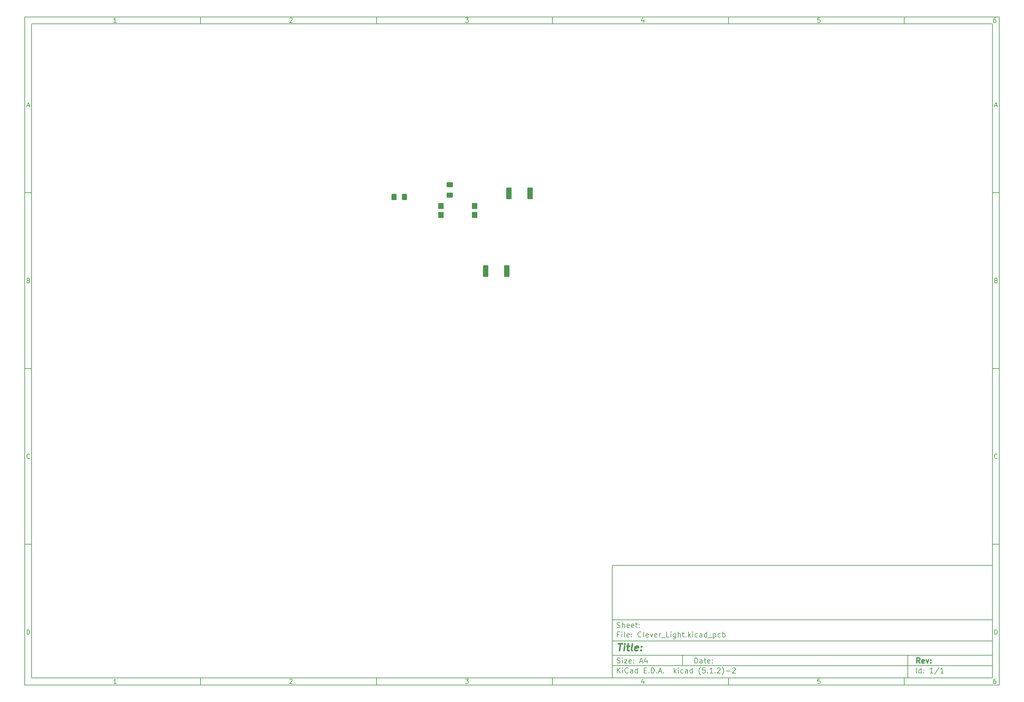
<source format=gbr>
G04 #@! TF.GenerationSoftware,KiCad,Pcbnew,(5.1.2)-2*
G04 #@! TF.CreationDate,2019-08-12T18:41:55+03:00*
G04 #@! TF.ProjectId,Clever_Light,436c6576-6572-45f4-9c69-6768742e6b69,rev?*
G04 #@! TF.SameCoordinates,Original*
G04 #@! TF.FileFunction,Paste,Bot*
G04 #@! TF.FilePolarity,Positive*
%FSLAX46Y46*%
G04 Gerber Fmt 4.6, Leading zero omitted, Abs format (unit mm)*
G04 Created by KiCad (PCBNEW (5.1.2)-2) date 2019-08-12 18:41:55*
%MOMM*%
%LPD*%
G04 APERTURE LIST*
%ADD10C,0.100000*%
%ADD11C,0.150000*%
%ADD12C,0.300000*%
%ADD13C,0.400000*%
%ADD14C,1.425000*%
%ADD15C,1.525000*%
%ADD16R,1.500000X1.780000*%
G04 APERTURE END LIST*
D10*
D11*
X177002200Y-166007200D02*
X177002200Y-198007200D01*
X285002200Y-198007200D01*
X285002200Y-166007200D01*
X177002200Y-166007200D01*
D10*
D11*
X10000000Y-10000000D02*
X10000000Y-200007200D01*
X287002200Y-200007200D01*
X287002200Y-10000000D01*
X10000000Y-10000000D01*
D10*
D11*
X12000000Y-12000000D02*
X12000000Y-198007200D01*
X285002200Y-198007200D01*
X285002200Y-12000000D01*
X12000000Y-12000000D01*
D10*
D11*
X60000000Y-12000000D02*
X60000000Y-10000000D01*
D10*
D11*
X110000000Y-12000000D02*
X110000000Y-10000000D01*
D10*
D11*
X160000000Y-12000000D02*
X160000000Y-10000000D01*
D10*
D11*
X210000000Y-12000000D02*
X210000000Y-10000000D01*
D10*
D11*
X260000000Y-12000000D02*
X260000000Y-10000000D01*
D10*
D11*
X36065476Y-11588095D02*
X35322619Y-11588095D01*
X35694047Y-11588095D02*
X35694047Y-10288095D01*
X35570238Y-10473809D01*
X35446428Y-10597619D01*
X35322619Y-10659523D01*
D10*
D11*
X85322619Y-10411904D02*
X85384523Y-10350000D01*
X85508333Y-10288095D01*
X85817857Y-10288095D01*
X85941666Y-10350000D01*
X86003571Y-10411904D01*
X86065476Y-10535714D01*
X86065476Y-10659523D01*
X86003571Y-10845238D01*
X85260714Y-11588095D01*
X86065476Y-11588095D01*
D10*
D11*
X135260714Y-10288095D02*
X136065476Y-10288095D01*
X135632142Y-10783333D01*
X135817857Y-10783333D01*
X135941666Y-10845238D01*
X136003571Y-10907142D01*
X136065476Y-11030952D01*
X136065476Y-11340476D01*
X136003571Y-11464285D01*
X135941666Y-11526190D01*
X135817857Y-11588095D01*
X135446428Y-11588095D01*
X135322619Y-11526190D01*
X135260714Y-11464285D01*
D10*
D11*
X185941666Y-10721428D02*
X185941666Y-11588095D01*
X185632142Y-10226190D02*
X185322619Y-11154761D01*
X186127380Y-11154761D01*
D10*
D11*
X236003571Y-10288095D02*
X235384523Y-10288095D01*
X235322619Y-10907142D01*
X235384523Y-10845238D01*
X235508333Y-10783333D01*
X235817857Y-10783333D01*
X235941666Y-10845238D01*
X236003571Y-10907142D01*
X236065476Y-11030952D01*
X236065476Y-11340476D01*
X236003571Y-11464285D01*
X235941666Y-11526190D01*
X235817857Y-11588095D01*
X235508333Y-11588095D01*
X235384523Y-11526190D01*
X235322619Y-11464285D01*
D10*
D11*
X285941666Y-10288095D02*
X285694047Y-10288095D01*
X285570238Y-10350000D01*
X285508333Y-10411904D01*
X285384523Y-10597619D01*
X285322619Y-10845238D01*
X285322619Y-11340476D01*
X285384523Y-11464285D01*
X285446428Y-11526190D01*
X285570238Y-11588095D01*
X285817857Y-11588095D01*
X285941666Y-11526190D01*
X286003571Y-11464285D01*
X286065476Y-11340476D01*
X286065476Y-11030952D01*
X286003571Y-10907142D01*
X285941666Y-10845238D01*
X285817857Y-10783333D01*
X285570238Y-10783333D01*
X285446428Y-10845238D01*
X285384523Y-10907142D01*
X285322619Y-11030952D01*
D10*
D11*
X60000000Y-198007200D02*
X60000000Y-200007200D01*
D10*
D11*
X110000000Y-198007200D02*
X110000000Y-200007200D01*
D10*
D11*
X160000000Y-198007200D02*
X160000000Y-200007200D01*
D10*
D11*
X210000000Y-198007200D02*
X210000000Y-200007200D01*
D10*
D11*
X260000000Y-198007200D02*
X260000000Y-200007200D01*
D10*
D11*
X36065476Y-199595295D02*
X35322619Y-199595295D01*
X35694047Y-199595295D02*
X35694047Y-198295295D01*
X35570238Y-198481009D01*
X35446428Y-198604819D01*
X35322619Y-198666723D01*
D10*
D11*
X85322619Y-198419104D02*
X85384523Y-198357200D01*
X85508333Y-198295295D01*
X85817857Y-198295295D01*
X85941666Y-198357200D01*
X86003571Y-198419104D01*
X86065476Y-198542914D01*
X86065476Y-198666723D01*
X86003571Y-198852438D01*
X85260714Y-199595295D01*
X86065476Y-199595295D01*
D10*
D11*
X135260714Y-198295295D02*
X136065476Y-198295295D01*
X135632142Y-198790533D01*
X135817857Y-198790533D01*
X135941666Y-198852438D01*
X136003571Y-198914342D01*
X136065476Y-199038152D01*
X136065476Y-199347676D01*
X136003571Y-199471485D01*
X135941666Y-199533390D01*
X135817857Y-199595295D01*
X135446428Y-199595295D01*
X135322619Y-199533390D01*
X135260714Y-199471485D01*
D10*
D11*
X185941666Y-198728628D02*
X185941666Y-199595295D01*
X185632142Y-198233390D02*
X185322619Y-199161961D01*
X186127380Y-199161961D01*
D10*
D11*
X236003571Y-198295295D02*
X235384523Y-198295295D01*
X235322619Y-198914342D01*
X235384523Y-198852438D01*
X235508333Y-198790533D01*
X235817857Y-198790533D01*
X235941666Y-198852438D01*
X236003571Y-198914342D01*
X236065476Y-199038152D01*
X236065476Y-199347676D01*
X236003571Y-199471485D01*
X235941666Y-199533390D01*
X235817857Y-199595295D01*
X235508333Y-199595295D01*
X235384523Y-199533390D01*
X235322619Y-199471485D01*
D10*
D11*
X285941666Y-198295295D02*
X285694047Y-198295295D01*
X285570238Y-198357200D01*
X285508333Y-198419104D01*
X285384523Y-198604819D01*
X285322619Y-198852438D01*
X285322619Y-199347676D01*
X285384523Y-199471485D01*
X285446428Y-199533390D01*
X285570238Y-199595295D01*
X285817857Y-199595295D01*
X285941666Y-199533390D01*
X286003571Y-199471485D01*
X286065476Y-199347676D01*
X286065476Y-199038152D01*
X286003571Y-198914342D01*
X285941666Y-198852438D01*
X285817857Y-198790533D01*
X285570238Y-198790533D01*
X285446428Y-198852438D01*
X285384523Y-198914342D01*
X285322619Y-199038152D01*
D10*
D11*
X10000000Y-60000000D02*
X12000000Y-60000000D01*
D10*
D11*
X10000000Y-110000000D02*
X12000000Y-110000000D01*
D10*
D11*
X10000000Y-160000000D02*
X12000000Y-160000000D01*
D10*
D11*
X10690476Y-35216666D02*
X11309523Y-35216666D01*
X10566666Y-35588095D02*
X11000000Y-34288095D01*
X11433333Y-35588095D01*
D10*
D11*
X11092857Y-84907142D02*
X11278571Y-84969047D01*
X11340476Y-85030952D01*
X11402380Y-85154761D01*
X11402380Y-85340476D01*
X11340476Y-85464285D01*
X11278571Y-85526190D01*
X11154761Y-85588095D01*
X10659523Y-85588095D01*
X10659523Y-84288095D01*
X11092857Y-84288095D01*
X11216666Y-84350000D01*
X11278571Y-84411904D01*
X11340476Y-84535714D01*
X11340476Y-84659523D01*
X11278571Y-84783333D01*
X11216666Y-84845238D01*
X11092857Y-84907142D01*
X10659523Y-84907142D01*
D10*
D11*
X11402380Y-135464285D02*
X11340476Y-135526190D01*
X11154761Y-135588095D01*
X11030952Y-135588095D01*
X10845238Y-135526190D01*
X10721428Y-135402380D01*
X10659523Y-135278571D01*
X10597619Y-135030952D01*
X10597619Y-134845238D01*
X10659523Y-134597619D01*
X10721428Y-134473809D01*
X10845238Y-134350000D01*
X11030952Y-134288095D01*
X11154761Y-134288095D01*
X11340476Y-134350000D01*
X11402380Y-134411904D01*
D10*
D11*
X10659523Y-185588095D02*
X10659523Y-184288095D01*
X10969047Y-184288095D01*
X11154761Y-184350000D01*
X11278571Y-184473809D01*
X11340476Y-184597619D01*
X11402380Y-184845238D01*
X11402380Y-185030952D01*
X11340476Y-185278571D01*
X11278571Y-185402380D01*
X11154761Y-185526190D01*
X10969047Y-185588095D01*
X10659523Y-185588095D01*
D10*
D11*
X287002200Y-60000000D02*
X285002200Y-60000000D01*
D10*
D11*
X287002200Y-110000000D02*
X285002200Y-110000000D01*
D10*
D11*
X287002200Y-160000000D02*
X285002200Y-160000000D01*
D10*
D11*
X285692676Y-35216666D02*
X286311723Y-35216666D01*
X285568866Y-35588095D02*
X286002200Y-34288095D01*
X286435533Y-35588095D01*
D10*
D11*
X286095057Y-84907142D02*
X286280771Y-84969047D01*
X286342676Y-85030952D01*
X286404580Y-85154761D01*
X286404580Y-85340476D01*
X286342676Y-85464285D01*
X286280771Y-85526190D01*
X286156961Y-85588095D01*
X285661723Y-85588095D01*
X285661723Y-84288095D01*
X286095057Y-84288095D01*
X286218866Y-84350000D01*
X286280771Y-84411904D01*
X286342676Y-84535714D01*
X286342676Y-84659523D01*
X286280771Y-84783333D01*
X286218866Y-84845238D01*
X286095057Y-84907142D01*
X285661723Y-84907142D01*
D10*
D11*
X286404580Y-135464285D02*
X286342676Y-135526190D01*
X286156961Y-135588095D01*
X286033152Y-135588095D01*
X285847438Y-135526190D01*
X285723628Y-135402380D01*
X285661723Y-135278571D01*
X285599819Y-135030952D01*
X285599819Y-134845238D01*
X285661723Y-134597619D01*
X285723628Y-134473809D01*
X285847438Y-134350000D01*
X286033152Y-134288095D01*
X286156961Y-134288095D01*
X286342676Y-134350000D01*
X286404580Y-134411904D01*
D10*
D11*
X285661723Y-185588095D02*
X285661723Y-184288095D01*
X285971247Y-184288095D01*
X286156961Y-184350000D01*
X286280771Y-184473809D01*
X286342676Y-184597619D01*
X286404580Y-184845238D01*
X286404580Y-185030952D01*
X286342676Y-185278571D01*
X286280771Y-185402380D01*
X286156961Y-185526190D01*
X285971247Y-185588095D01*
X285661723Y-185588095D01*
D10*
D11*
X200434342Y-193785771D02*
X200434342Y-192285771D01*
X200791485Y-192285771D01*
X201005771Y-192357200D01*
X201148628Y-192500057D01*
X201220057Y-192642914D01*
X201291485Y-192928628D01*
X201291485Y-193142914D01*
X201220057Y-193428628D01*
X201148628Y-193571485D01*
X201005771Y-193714342D01*
X200791485Y-193785771D01*
X200434342Y-193785771D01*
X202577200Y-193785771D02*
X202577200Y-193000057D01*
X202505771Y-192857200D01*
X202362914Y-192785771D01*
X202077200Y-192785771D01*
X201934342Y-192857200D01*
X202577200Y-193714342D02*
X202434342Y-193785771D01*
X202077200Y-193785771D01*
X201934342Y-193714342D01*
X201862914Y-193571485D01*
X201862914Y-193428628D01*
X201934342Y-193285771D01*
X202077200Y-193214342D01*
X202434342Y-193214342D01*
X202577200Y-193142914D01*
X203077200Y-192785771D02*
X203648628Y-192785771D01*
X203291485Y-192285771D02*
X203291485Y-193571485D01*
X203362914Y-193714342D01*
X203505771Y-193785771D01*
X203648628Y-193785771D01*
X204720057Y-193714342D02*
X204577200Y-193785771D01*
X204291485Y-193785771D01*
X204148628Y-193714342D01*
X204077200Y-193571485D01*
X204077200Y-193000057D01*
X204148628Y-192857200D01*
X204291485Y-192785771D01*
X204577200Y-192785771D01*
X204720057Y-192857200D01*
X204791485Y-193000057D01*
X204791485Y-193142914D01*
X204077200Y-193285771D01*
X205434342Y-193642914D02*
X205505771Y-193714342D01*
X205434342Y-193785771D01*
X205362914Y-193714342D01*
X205434342Y-193642914D01*
X205434342Y-193785771D01*
X205434342Y-192857200D02*
X205505771Y-192928628D01*
X205434342Y-193000057D01*
X205362914Y-192928628D01*
X205434342Y-192857200D01*
X205434342Y-193000057D01*
D10*
D11*
X177002200Y-194507200D02*
X285002200Y-194507200D01*
D10*
D11*
X178434342Y-196585771D02*
X178434342Y-195085771D01*
X179291485Y-196585771D02*
X178648628Y-195728628D01*
X179291485Y-195085771D02*
X178434342Y-195942914D01*
X179934342Y-196585771D02*
X179934342Y-195585771D01*
X179934342Y-195085771D02*
X179862914Y-195157200D01*
X179934342Y-195228628D01*
X180005771Y-195157200D01*
X179934342Y-195085771D01*
X179934342Y-195228628D01*
X181505771Y-196442914D02*
X181434342Y-196514342D01*
X181220057Y-196585771D01*
X181077200Y-196585771D01*
X180862914Y-196514342D01*
X180720057Y-196371485D01*
X180648628Y-196228628D01*
X180577200Y-195942914D01*
X180577200Y-195728628D01*
X180648628Y-195442914D01*
X180720057Y-195300057D01*
X180862914Y-195157200D01*
X181077200Y-195085771D01*
X181220057Y-195085771D01*
X181434342Y-195157200D01*
X181505771Y-195228628D01*
X182791485Y-196585771D02*
X182791485Y-195800057D01*
X182720057Y-195657200D01*
X182577200Y-195585771D01*
X182291485Y-195585771D01*
X182148628Y-195657200D01*
X182791485Y-196514342D02*
X182648628Y-196585771D01*
X182291485Y-196585771D01*
X182148628Y-196514342D01*
X182077200Y-196371485D01*
X182077200Y-196228628D01*
X182148628Y-196085771D01*
X182291485Y-196014342D01*
X182648628Y-196014342D01*
X182791485Y-195942914D01*
X184148628Y-196585771D02*
X184148628Y-195085771D01*
X184148628Y-196514342D02*
X184005771Y-196585771D01*
X183720057Y-196585771D01*
X183577200Y-196514342D01*
X183505771Y-196442914D01*
X183434342Y-196300057D01*
X183434342Y-195871485D01*
X183505771Y-195728628D01*
X183577200Y-195657200D01*
X183720057Y-195585771D01*
X184005771Y-195585771D01*
X184148628Y-195657200D01*
X186005771Y-195800057D02*
X186505771Y-195800057D01*
X186720057Y-196585771D02*
X186005771Y-196585771D01*
X186005771Y-195085771D01*
X186720057Y-195085771D01*
X187362914Y-196442914D02*
X187434342Y-196514342D01*
X187362914Y-196585771D01*
X187291485Y-196514342D01*
X187362914Y-196442914D01*
X187362914Y-196585771D01*
X188077200Y-196585771D02*
X188077200Y-195085771D01*
X188434342Y-195085771D01*
X188648628Y-195157200D01*
X188791485Y-195300057D01*
X188862914Y-195442914D01*
X188934342Y-195728628D01*
X188934342Y-195942914D01*
X188862914Y-196228628D01*
X188791485Y-196371485D01*
X188648628Y-196514342D01*
X188434342Y-196585771D01*
X188077200Y-196585771D01*
X189577200Y-196442914D02*
X189648628Y-196514342D01*
X189577200Y-196585771D01*
X189505771Y-196514342D01*
X189577200Y-196442914D01*
X189577200Y-196585771D01*
X190220057Y-196157200D02*
X190934342Y-196157200D01*
X190077200Y-196585771D02*
X190577200Y-195085771D01*
X191077200Y-196585771D01*
X191577200Y-196442914D02*
X191648628Y-196514342D01*
X191577200Y-196585771D01*
X191505771Y-196514342D01*
X191577200Y-196442914D01*
X191577200Y-196585771D01*
X194577200Y-196585771D02*
X194577200Y-195085771D01*
X194720057Y-196014342D02*
X195148628Y-196585771D01*
X195148628Y-195585771D02*
X194577200Y-196157200D01*
X195791485Y-196585771D02*
X195791485Y-195585771D01*
X195791485Y-195085771D02*
X195720057Y-195157200D01*
X195791485Y-195228628D01*
X195862914Y-195157200D01*
X195791485Y-195085771D01*
X195791485Y-195228628D01*
X197148628Y-196514342D02*
X197005771Y-196585771D01*
X196720057Y-196585771D01*
X196577200Y-196514342D01*
X196505771Y-196442914D01*
X196434342Y-196300057D01*
X196434342Y-195871485D01*
X196505771Y-195728628D01*
X196577200Y-195657200D01*
X196720057Y-195585771D01*
X197005771Y-195585771D01*
X197148628Y-195657200D01*
X198434342Y-196585771D02*
X198434342Y-195800057D01*
X198362914Y-195657200D01*
X198220057Y-195585771D01*
X197934342Y-195585771D01*
X197791485Y-195657200D01*
X198434342Y-196514342D02*
X198291485Y-196585771D01*
X197934342Y-196585771D01*
X197791485Y-196514342D01*
X197720057Y-196371485D01*
X197720057Y-196228628D01*
X197791485Y-196085771D01*
X197934342Y-196014342D01*
X198291485Y-196014342D01*
X198434342Y-195942914D01*
X199791485Y-196585771D02*
X199791485Y-195085771D01*
X199791485Y-196514342D02*
X199648628Y-196585771D01*
X199362914Y-196585771D01*
X199220057Y-196514342D01*
X199148628Y-196442914D01*
X199077200Y-196300057D01*
X199077200Y-195871485D01*
X199148628Y-195728628D01*
X199220057Y-195657200D01*
X199362914Y-195585771D01*
X199648628Y-195585771D01*
X199791485Y-195657200D01*
X202077200Y-197157200D02*
X202005771Y-197085771D01*
X201862914Y-196871485D01*
X201791485Y-196728628D01*
X201720057Y-196514342D01*
X201648628Y-196157200D01*
X201648628Y-195871485D01*
X201720057Y-195514342D01*
X201791485Y-195300057D01*
X201862914Y-195157200D01*
X202005771Y-194942914D01*
X202077200Y-194871485D01*
X203362914Y-195085771D02*
X202648628Y-195085771D01*
X202577200Y-195800057D01*
X202648628Y-195728628D01*
X202791485Y-195657200D01*
X203148628Y-195657200D01*
X203291485Y-195728628D01*
X203362914Y-195800057D01*
X203434342Y-195942914D01*
X203434342Y-196300057D01*
X203362914Y-196442914D01*
X203291485Y-196514342D01*
X203148628Y-196585771D01*
X202791485Y-196585771D01*
X202648628Y-196514342D01*
X202577200Y-196442914D01*
X204077200Y-196442914D02*
X204148628Y-196514342D01*
X204077200Y-196585771D01*
X204005771Y-196514342D01*
X204077200Y-196442914D01*
X204077200Y-196585771D01*
X205577200Y-196585771D02*
X204720057Y-196585771D01*
X205148628Y-196585771D02*
X205148628Y-195085771D01*
X205005771Y-195300057D01*
X204862914Y-195442914D01*
X204720057Y-195514342D01*
X206220057Y-196442914D02*
X206291485Y-196514342D01*
X206220057Y-196585771D01*
X206148628Y-196514342D01*
X206220057Y-196442914D01*
X206220057Y-196585771D01*
X206862914Y-195228628D02*
X206934342Y-195157200D01*
X207077200Y-195085771D01*
X207434342Y-195085771D01*
X207577200Y-195157200D01*
X207648628Y-195228628D01*
X207720057Y-195371485D01*
X207720057Y-195514342D01*
X207648628Y-195728628D01*
X206791485Y-196585771D01*
X207720057Y-196585771D01*
X208220057Y-197157200D02*
X208291485Y-197085771D01*
X208434342Y-196871485D01*
X208505771Y-196728628D01*
X208577200Y-196514342D01*
X208648628Y-196157200D01*
X208648628Y-195871485D01*
X208577200Y-195514342D01*
X208505771Y-195300057D01*
X208434342Y-195157200D01*
X208291485Y-194942914D01*
X208220057Y-194871485D01*
X209362914Y-196014342D02*
X210505771Y-196014342D01*
X211148628Y-195228628D02*
X211220057Y-195157200D01*
X211362914Y-195085771D01*
X211720057Y-195085771D01*
X211862914Y-195157200D01*
X211934342Y-195228628D01*
X212005771Y-195371485D01*
X212005771Y-195514342D01*
X211934342Y-195728628D01*
X211077200Y-196585771D01*
X212005771Y-196585771D01*
D10*
D11*
X177002200Y-191507200D02*
X285002200Y-191507200D01*
D10*
D12*
X264411485Y-193785771D02*
X263911485Y-193071485D01*
X263554342Y-193785771D02*
X263554342Y-192285771D01*
X264125771Y-192285771D01*
X264268628Y-192357200D01*
X264340057Y-192428628D01*
X264411485Y-192571485D01*
X264411485Y-192785771D01*
X264340057Y-192928628D01*
X264268628Y-193000057D01*
X264125771Y-193071485D01*
X263554342Y-193071485D01*
X265625771Y-193714342D02*
X265482914Y-193785771D01*
X265197200Y-193785771D01*
X265054342Y-193714342D01*
X264982914Y-193571485D01*
X264982914Y-193000057D01*
X265054342Y-192857200D01*
X265197200Y-192785771D01*
X265482914Y-192785771D01*
X265625771Y-192857200D01*
X265697200Y-193000057D01*
X265697200Y-193142914D01*
X264982914Y-193285771D01*
X266197200Y-192785771D02*
X266554342Y-193785771D01*
X266911485Y-192785771D01*
X267482914Y-193642914D02*
X267554342Y-193714342D01*
X267482914Y-193785771D01*
X267411485Y-193714342D01*
X267482914Y-193642914D01*
X267482914Y-193785771D01*
X267482914Y-192857200D02*
X267554342Y-192928628D01*
X267482914Y-193000057D01*
X267411485Y-192928628D01*
X267482914Y-192857200D01*
X267482914Y-193000057D01*
D10*
D11*
X178362914Y-193714342D02*
X178577200Y-193785771D01*
X178934342Y-193785771D01*
X179077200Y-193714342D01*
X179148628Y-193642914D01*
X179220057Y-193500057D01*
X179220057Y-193357200D01*
X179148628Y-193214342D01*
X179077200Y-193142914D01*
X178934342Y-193071485D01*
X178648628Y-193000057D01*
X178505771Y-192928628D01*
X178434342Y-192857200D01*
X178362914Y-192714342D01*
X178362914Y-192571485D01*
X178434342Y-192428628D01*
X178505771Y-192357200D01*
X178648628Y-192285771D01*
X179005771Y-192285771D01*
X179220057Y-192357200D01*
X179862914Y-193785771D02*
X179862914Y-192785771D01*
X179862914Y-192285771D02*
X179791485Y-192357200D01*
X179862914Y-192428628D01*
X179934342Y-192357200D01*
X179862914Y-192285771D01*
X179862914Y-192428628D01*
X180434342Y-192785771D02*
X181220057Y-192785771D01*
X180434342Y-193785771D01*
X181220057Y-193785771D01*
X182362914Y-193714342D02*
X182220057Y-193785771D01*
X181934342Y-193785771D01*
X181791485Y-193714342D01*
X181720057Y-193571485D01*
X181720057Y-193000057D01*
X181791485Y-192857200D01*
X181934342Y-192785771D01*
X182220057Y-192785771D01*
X182362914Y-192857200D01*
X182434342Y-193000057D01*
X182434342Y-193142914D01*
X181720057Y-193285771D01*
X183077200Y-193642914D02*
X183148628Y-193714342D01*
X183077200Y-193785771D01*
X183005771Y-193714342D01*
X183077200Y-193642914D01*
X183077200Y-193785771D01*
X183077200Y-192857200D02*
X183148628Y-192928628D01*
X183077200Y-193000057D01*
X183005771Y-192928628D01*
X183077200Y-192857200D01*
X183077200Y-193000057D01*
X184862914Y-193357200D02*
X185577200Y-193357200D01*
X184720057Y-193785771D02*
X185220057Y-192285771D01*
X185720057Y-193785771D01*
X186862914Y-192785771D02*
X186862914Y-193785771D01*
X186505771Y-192214342D02*
X186148628Y-193285771D01*
X187077200Y-193285771D01*
D10*
D11*
X263434342Y-196585771D02*
X263434342Y-195085771D01*
X264791485Y-196585771D02*
X264791485Y-195085771D01*
X264791485Y-196514342D02*
X264648628Y-196585771D01*
X264362914Y-196585771D01*
X264220057Y-196514342D01*
X264148628Y-196442914D01*
X264077200Y-196300057D01*
X264077200Y-195871485D01*
X264148628Y-195728628D01*
X264220057Y-195657200D01*
X264362914Y-195585771D01*
X264648628Y-195585771D01*
X264791485Y-195657200D01*
X265505771Y-196442914D02*
X265577200Y-196514342D01*
X265505771Y-196585771D01*
X265434342Y-196514342D01*
X265505771Y-196442914D01*
X265505771Y-196585771D01*
X265505771Y-195657200D02*
X265577200Y-195728628D01*
X265505771Y-195800057D01*
X265434342Y-195728628D01*
X265505771Y-195657200D01*
X265505771Y-195800057D01*
X268148628Y-196585771D02*
X267291485Y-196585771D01*
X267720057Y-196585771D02*
X267720057Y-195085771D01*
X267577200Y-195300057D01*
X267434342Y-195442914D01*
X267291485Y-195514342D01*
X269862914Y-195014342D02*
X268577200Y-196942914D01*
X271148628Y-196585771D02*
X270291485Y-196585771D01*
X270720057Y-196585771D02*
X270720057Y-195085771D01*
X270577200Y-195300057D01*
X270434342Y-195442914D01*
X270291485Y-195514342D01*
D10*
D11*
X177002200Y-187507200D02*
X285002200Y-187507200D01*
D10*
D13*
X178714580Y-188211961D02*
X179857438Y-188211961D01*
X179036009Y-190211961D02*
X179286009Y-188211961D01*
X180274104Y-190211961D02*
X180440771Y-188878628D01*
X180524104Y-188211961D02*
X180416961Y-188307200D01*
X180500295Y-188402438D01*
X180607438Y-188307200D01*
X180524104Y-188211961D01*
X180500295Y-188402438D01*
X181107438Y-188878628D02*
X181869342Y-188878628D01*
X181476485Y-188211961D02*
X181262200Y-189926247D01*
X181333628Y-190116723D01*
X181512200Y-190211961D01*
X181702676Y-190211961D01*
X182655057Y-190211961D02*
X182476485Y-190116723D01*
X182405057Y-189926247D01*
X182619342Y-188211961D01*
X184190771Y-190116723D02*
X183988390Y-190211961D01*
X183607438Y-190211961D01*
X183428866Y-190116723D01*
X183357438Y-189926247D01*
X183452676Y-189164342D01*
X183571723Y-188973866D01*
X183774104Y-188878628D01*
X184155057Y-188878628D01*
X184333628Y-188973866D01*
X184405057Y-189164342D01*
X184381247Y-189354819D01*
X183405057Y-189545295D01*
X185155057Y-190021485D02*
X185238390Y-190116723D01*
X185131247Y-190211961D01*
X185047914Y-190116723D01*
X185155057Y-190021485D01*
X185131247Y-190211961D01*
X185286009Y-188973866D02*
X185369342Y-189069104D01*
X185262200Y-189164342D01*
X185178866Y-189069104D01*
X185286009Y-188973866D01*
X185262200Y-189164342D01*
D10*
D11*
X178934342Y-185600057D02*
X178434342Y-185600057D01*
X178434342Y-186385771D02*
X178434342Y-184885771D01*
X179148628Y-184885771D01*
X179720057Y-186385771D02*
X179720057Y-185385771D01*
X179720057Y-184885771D02*
X179648628Y-184957200D01*
X179720057Y-185028628D01*
X179791485Y-184957200D01*
X179720057Y-184885771D01*
X179720057Y-185028628D01*
X180648628Y-186385771D02*
X180505771Y-186314342D01*
X180434342Y-186171485D01*
X180434342Y-184885771D01*
X181791485Y-186314342D02*
X181648628Y-186385771D01*
X181362914Y-186385771D01*
X181220057Y-186314342D01*
X181148628Y-186171485D01*
X181148628Y-185600057D01*
X181220057Y-185457200D01*
X181362914Y-185385771D01*
X181648628Y-185385771D01*
X181791485Y-185457200D01*
X181862914Y-185600057D01*
X181862914Y-185742914D01*
X181148628Y-185885771D01*
X182505771Y-186242914D02*
X182577200Y-186314342D01*
X182505771Y-186385771D01*
X182434342Y-186314342D01*
X182505771Y-186242914D01*
X182505771Y-186385771D01*
X182505771Y-185457200D02*
X182577200Y-185528628D01*
X182505771Y-185600057D01*
X182434342Y-185528628D01*
X182505771Y-185457200D01*
X182505771Y-185600057D01*
X185220057Y-186242914D02*
X185148628Y-186314342D01*
X184934342Y-186385771D01*
X184791485Y-186385771D01*
X184577200Y-186314342D01*
X184434342Y-186171485D01*
X184362914Y-186028628D01*
X184291485Y-185742914D01*
X184291485Y-185528628D01*
X184362914Y-185242914D01*
X184434342Y-185100057D01*
X184577200Y-184957200D01*
X184791485Y-184885771D01*
X184934342Y-184885771D01*
X185148628Y-184957200D01*
X185220057Y-185028628D01*
X186077200Y-186385771D02*
X185934342Y-186314342D01*
X185862914Y-186171485D01*
X185862914Y-184885771D01*
X187220057Y-186314342D02*
X187077200Y-186385771D01*
X186791485Y-186385771D01*
X186648628Y-186314342D01*
X186577200Y-186171485D01*
X186577200Y-185600057D01*
X186648628Y-185457200D01*
X186791485Y-185385771D01*
X187077200Y-185385771D01*
X187220057Y-185457200D01*
X187291485Y-185600057D01*
X187291485Y-185742914D01*
X186577200Y-185885771D01*
X187791485Y-185385771D02*
X188148628Y-186385771D01*
X188505771Y-185385771D01*
X189648628Y-186314342D02*
X189505771Y-186385771D01*
X189220057Y-186385771D01*
X189077200Y-186314342D01*
X189005771Y-186171485D01*
X189005771Y-185600057D01*
X189077200Y-185457200D01*
X189220057Y-185385771D01*
X189505771Y-185385771D01*
X189648628Y-185457200D01*
X189720057Y-185600057D01*
X189720057Y-185742914D01*
X189005771Y-185885771D01*
X190362914Y-186385771D02*
X190362914Y-185385771D01*
X190362914Y-185671485D02*
X190434342Y-185528628D01*
X190505771Y-185457200D01*
X190648628Y-185385771D01*
X190791485Y-185385771D01*
X190934342Y-186528628D02*
X192077200Y-186528628D01*
X193148628Y-186385771D02*
X192434342Y-186385771D01*
X192434342Y-184885771D01*
X193648628Y-186385771D02*
X193648628Y-185385771D01*
X193648628Y-184885771D02*
X193577200Y-184957200D01*
X193648628Y-185028628D01*
X193720057Y-184957200D01*
X193648628Y-184885771D01*
X193648628Y-185028628D01*
X195005771Y-185385771D02*
X195005771Y-186600057D01*
X194934342Y-186742914D01*
X194862914Y-186814342D01*
X194720057Y-186885771D01*
X194505771Y-186885771D01*
X194362914Y-186814342D01*
X195005771Y-186314342D02*
X194862914Y-186385771D01*
X194577200Y-186385771D01*
X194434342Y-186314342D01*
X194362914Y-186242914D01*
X194291485Y-186100057D01*
X194291485Y-185671485D01*
X194362914Y-185528628D01*
X194434342Y-185457200D01*
X194577200Y-185385771D01*
X194862914Y-185385771D01*
X195005771Y-185457200D01*
X195720057Y-186385771D02*
X195720057Y-184885771D01*
X196362914Y-186385771D02*
X196362914Y-185600057D01*
X196291485Y-185457200D01*
X196148628Y-185385771D01*
X195934342Y-185385771D01*
X195791485Y-185457200D01*
X195720057Y-185528628D01*
X196862914Y-185385771D02*
X197434342Y-185385771D01*
X197077200Y-184885771D02*
X197077200Y-186171485D01*
X197148628Y-186314342D01*
X197291485Y-186385771D01*
X197434342Y-186385771D01*
X197934342Y-186242914D02*
X198005771Y-186314342D01*
X197934342Y-186385771D01*
X197862914Y-186314342D01*
X197934342Y-186242914D01*
X197934342Y-186385771D01*
X198648628Y-186385771D02*
X198648628Y-184885771D01*
X198791485Y-185814342D02*
X199220057Y-186385771D01*
X199220057Y-185385771D02*
X198648628Y-185957200D01*
X199862914Y-186385771D02*
X199862914Y-185385771D01*
X199862914Y-184885771D02*
X199791485Y-184957200D01*
X199862914Y-185028628D01*
X199934342Y-184957200D01*
X199862914Y-184885771D01*
X199862914Y-185028628D01*
X201220057Y-186314342D02*
X201077200Y-186385771D01*
X200791485Y-186385771D01*
X200648628Y-186314342D01*
X200577200Y-186242914D01*
X200505771Y-186100057D01*
X200505771Y-185671485D01*
X200577200Y-185528628D01*
X200648628Y-185457200D01*
X200791485Y-185385771D01*
X201077200Y-185385771D01*
X201220057Y-185457200D01*
X202505771Y-186385771D02*
X202505771Y-185600057D01*
X202434342Y-185457200D01*
X202291485Y-185385771D01*
X202005771Y-185385771D01*
X201862914Y-185457200D01*
X202505771Y-186314342D02*
X202362914Y-186385771D01*
X202005771Y-186385771D01*
X201862914Y-186314342D01*
X201791485Y-186171485D01*
X201791485Y-186028628D01*
X201862914Y-185885771D01*
X202005771Y-185814342D01*
X202362914Y-185814342D01*
X202505771Y-185742914D01*
X203862914Y-186385771D02*
X203862914Y-184885771D01*
X203862914Y-186314342D02*
X203720057Y-186385771D01*
X203434342Y-186385771D01*
X203291485Y-186314342D01*
X203220057Y-186242914D01*
X203148628Y-186100057D01*
X203148628Y-185671485D01*
X203220057Y-185528628D01*
X203291485Y-185457200D01*
X203434342Y-185385771D01*
X203720057Y-185385771D01*
X203862914Y-185457200D01*
X204220057Y-186528628D02*
X205362914Y-186528628D01*
X205720057Y-185385771D02*
X205720057Y-186885771D01*
X205720057Y-185457200D02*
X205862914Y-185385771D01*
X206148628Y-185385771D01*
X206291485Y-185457200D01*
X206362914Y-185528628D01*
X206434342Y-185671485D01*
X206434342Y-186100057D01*
X206362914Y-186242914D01*
X206291485Y-186314342D01*
X206148628Y-186385771D01*
X205862914Y-186385771D01*
X205720057Y-186314342D01*
X207720057Y-186314342D02*
X207577200Y-186385771D01*
X207291485Y-186385771D01*
X207148628Y-186314342D01*
X207077200Y-186242914D01*
X207005771Y-186100057D01*
X207005771Y-185671485D01*
X207077200Y-185528628D01*
X207148628Y-185457200D01*
X207291485Y-185385771D01*
X207577200Y-185385771D01*
X207720057Y-185457200D01*
X208362914Y-186385771D02*
X208362914Y-184885771D01*
X208362914Y-185457200D02*
X208505771Y-185385771D01*
X208791485Y-185385771D01*
X208934342Y-185457200D01*
X209005771Y-185528628D01*
X209077200Y-185671485D01*
X209077200Y-186100057D01*
X209005771Y-186242914D01*
X208934342Y-186314342D01*
X208791485Y-186385771D01*
X208505771Y-186385771D01*
X208362914Y-186314342D01*
D10*
D11*
X177002200Y-181507200D02*
X285002200Y-181507200D01*
D10*
D11*
X178362914Y-183614342D02*
X178577200Y-183685771D01*
X178934342Y-183685771D01*
X179077200Y-183614342D01*
X179148628Y-183542914D01*
X179220057Y-183400057D01*
X179220057Y-183257200D01*
X179148628Y-183114342D01*
X179077200Y-183042914D01*
X178934342Y-182971485D01*
X178648628Y-182900057D01*
X178505771Y-182828628D01*
X178434342Y-182757200D01*
X178362914Y-182614342D01*
X178362914Y-182471485D01*
X178434342Y-182328628D01*
X178505771Y-182257200D01*
X178648628Y-182185771D01*
X179005771Y-182185771D01*
X179220057Y-182257200D01*
X179862914Y-183685771D02*
X179862914Y-182185771D01*
X180505771Y-183685771D02*
X180505771Y-182900057D01*
X180434342Y-182757200D01*
X180291485Y-182685771D01*
X180077200Y-182685771D01*
X179934342Y-182757200D01*
X179862914Y-182828628D01*
X181791485Y-183614342D02*
X181648628Y-183685771D01*
X181362914Y-183685771D01*
X181220057Y-183614342D01*
X181148628Y-183471485D01*
X181148628Y-182900057D01*
X181220057Y-182757200D01*
X181362914Y-182685771D01*
X181648628Y-182685771D01*
X181791485Y-182757200D01*
X181862914Y-182900057D01*
X181862914Y-183042914D01*
X181148628Y-183185771D01*
X183077200Y-183614342D02*
X182934342Y-183685771D01*
X182648628Y-183685771D01*
X182505771Y-183614342D01*
X182434342Y-183471485D01*
X182434342Y-182900057D01*
X182505771Y-182757200D01*
X182648628Y-182685771D01*
X182934342Y-182685771D01*
X183077200Y-182757200D01*
X183148628Y-182900057D01*
X183148628Y-183042914D01*
X182434342Y-183185771D01*
X183577200Y-182685771D02*
X184148628Y-182685771D01*
X183791485Y-182185771D02*
X183791485Y-183471485D01*
X183862914Y-183614342D01*
X184005771Y-183685771D01*
X184148628Y-183685771D01*
X184648628Y-183542914D02*
X184720057Y-183614342D01*
X184648628Y-183685771D01*
X184577200Y-183614342D01*
X184648628Y-183542914D01*
X184648628Y-183685771D01*
X184648628Y-182757200D02*
X184720057Y-182828628D01*
X184648628Y-182900057D01*
X184577200Y-182828628D01*
X184648628Y-182757200D01*
X184648628Y-182900057D01*
D10*
D11*
X197002200Y-191507200D02*
X197002200Y-194507200D01*
D10*
D11*
X261002200Y-191507200D02*
X261002200Y-198007200D01*
D10*
G36*
X118430504Y-60340204D02*
G01*
X118454773Y-60343804D01*
X118478571Y-60349765D01*
X118501671Y-60358030D01*
X118523849Y-60368520D01*
X118544893Y-60381133D01*
X118564598Y-60395747D01*
X118582777Y-60412223D01*
X118599253Y-60430402D01*
X118613867Y-60450107D01*
X118626480Y-60471151D01*
X118636970Y-60493329D01*
X118645235Y-60516429D01*
X118651196Y-60540227D01*
X118654796Y-60564496D01*
X118656000Y-60589000D01*
X118656000Y-61839000D01*
X118654796Y-61863504D01*
X118651196Y-61887773D01*
X118645235Y-61911571D01*
X118636970Y-61934671D01*
X118626480Y-61956849D01*
X118613867Y-61977893D01*
X118599253Y-61997598D01*
X118582777Y-62015777D01*
X118564598Y-62032253D01*
X118544893Y-62046867D01*
X118523849Y-62059480D01*
X118501671Y-62069970D01*
X118478571Y-62078235D01*
X118454773Y-62084196D01*
X118430504Y-62087796D01*
X118406000Y-62089000D01*
X117481000Y-62089000D01*
X117456496Y-62087796D01*
X117432227Y-62084196D01*
X117408429Y-62078235D01*
X117385329Y-62069970D01*
X117363151Y-62059480D01*
X117342107Y-62046867D01*
X117322402Y-62032253D01*
X117304223Y-62015777D01*
X117287747Y-61997598D01*
X117273133Y-61977893D01*
X117260520Y-61956849D01*
X117250030Y-61934671D01*
X117241765Y-61911571D01*
X117235804Y-61887773D01*
X117232204Y-61863504D01*
X117231000Y-61839000D01*
X117231000Y-60589000D01*
X117232204Y-60564496D01*
X117235804Y-60540227D01*
X117241765Y-60516429D01*
X117250030Y-60493329D01*
X117260520Y-60471151D01*
X117273133Y-60450107D01*
X117287747Y-60430402D01*
X117304223Y-60412223D01*
X117322402Y-60395747D01*
X117342107Y-60381133D01*
X117363151Y-60368520D01*
X117385329Y-60358030D01*
X117408429Y-60349765D01*
X117432227Y-60343804D01*
X117456496Y-60340204D01*
X117481000Y-60339000D01*
X118406000Y-60339000D01*
X118430504Y-60340204D01*
X118430504Y-60340204D01*
G37*
D14*
X117943500Y-61214000D03*
D10*
G36*
X115455504Y-60340204D02*
G01*
X115479773Y-60343804D01*
X115503571Y-60349765D01*
X115526671Y-60358030D01*
X115548849Y-60368520D01*
X115569893Y-60381133D01*
X115589598Y-60395747D01*
X115607777Y-60412223D01*
X115624253Y-60430402D01*
X115638867Y-60450107D01*
X115651480Y-60471151D01*
X115661970Y-60493329D01*
X115670235Y-60516429D01*
X115676196Y-60540227D01*
X115679796Y-60564496D01*
X115681000Y-60589000D01*
X115681000Y-61839000D01*
X115679796Y-61863504D01*
X115676196Y-61887773D01*
X115670235Y-61911571D01*
X115661970Y-61934671D01*
X115651480Y-61956849D01*
X115638867Y-61977893D01*
X115624253Y-61997598D01*
X115607777Y-62015777D01*
X115589598Y-62032253D01*
X115569893Y-62046867D01*
X115548849Y-62059480D01*
X115526671Y-62069970D01*
X115503571Y-62078235D01*
X115479773Y-62084196D01*
X115455504Y-62087796D01*
X115431000Y-62089000D01*
X114506000Y-62089000D01*
X114481496Y-62087796D01*
X114457227Y-62084196D01*
X114433429Y-62078235D01*
X114410329Y-62069970D01*
X114388151Y-62059480D01*
X114367107Y-62046867D01*
X114347402Y-62032253D01*
X114329223Y-62015777D01*
X114312747Y-61997598D01*
X114298133Y-61977893D01*
X114285520Y-61956849D01*
X114275030Y-61934671D01*
X114266765Y-61911571D01*
X114260804Y-61887773D01*
X114257204Y-61863504D01*
X114256000Y-61839000D01*
X114256000Y-60589000D01*
X114257204Y-60564496D01*
X114260804Y-60540227D01*
X114266765Y-60516429D01*
X114275030Y-60493329D01*
X114285520Y-60471151D01*
X114298133Y-60450107D01*
X114312747Y-60430402D01*
X114329223Y-60412223D01*
X114347402Y-60395747D01*
X114367107Y-60381133D01*
X114388151Y-60368520D01*
X114410329Y-60358030D01*
X114433429Y-60349765D01*
X114457227Y-60343804D01*
X114481496Y-60340204D01*
X114506000Y-60339000D01*
X115431000Y-60339000D01*
X115455504Y-60340204D01*
X115455504Y-60340204D01*
G37*
D14*
X114968500Y-61214000D03*
D10*
G36*
X131459504Y-59958204D02*
G01*
X131483773Y-59961804D01*
X131507571Y-59967765D01*
X131530671Y-59976030D01*
X131552849Y-59986520D01*
X131573893Y-59999133D01*
X131593598Y-60013747D01*
X131611777Y-60030223D01*
X131628253Y-60048402D01*
X131642867Y-60068107D01*
X131655480Y-60089151D01*
X131665970Y-60111329D01*
X131674235Y-60134429D01*
X131680196Y-60158227D01*
X131683796Y-60182496D01*
X131685000Y-60207000D01*
X131685000Y-61132000D01*
X131683796Y-61156504D01*
X131680196Y-61180773D01*
X131674235Y-61204571D01*
X131665970Y-61227671D01*
X131655480Y-61249849D01*
X131642867Y-61270893D01*
X131628253Y-61290598D01*
X131611777Y-61308777D01*
X131593598Y-61325253D01*
X131573893Y-61339867D01*
X131552849Y-61352480D01*
X131530671Y-61362970D01*
X131507571Y-61371235D01*
X131483773Y-61377196D01*
X131459504Y-61380796D01*
X131435000Y-61382000D01*
X130185000Y-61382000D01*
X130160496Y-61380796D01*
X130136227Y-61377196D01*
X130112429Y-61371235D01*
X130089329Y-61362970D01*
X130067151Y-61352480D01*
X130046107Y-61339867D01*
X130026402Y-61325253D01*
X130008223Y-61308777D01*
X129991747Y-61290598D01*
X129977133Y-61270893D01*
X129964520Y-61249849D01*
X129954030Y-61227671D01*
X129945765Y-61204571D01*
X129939804Y-61180773D01*
X129936204Y-61156504D01*
X129935000Y-61132000D01*
X129935000Y-60207000D01*
X129936204Y-60182496D01*
X129939804Y-60158227D01*
X129945765Y-60134429D01*
X129954030Y-60111329D01*
X129964520Y-60089151D01*
X129977133Y-60068107D01*
X129991747Y-60048402D01*
X130008223Y-60030223D01*
X130026402Y-60013747D01*
X130046107Y-59999133D01*
X130067151Y-59986520D01*
X130089329Y-59976030D01*
X130112429Y-59967765D01*
X130136227Y-59961804D01*
X130160496Y-59958204D01*
X130185000Y-59957000D01*
X131435000Y-59957000D01*
X131459504Y-59958204D01*
X131459504Y-59958204D01*
G37*
D14*
X130810000Y-60669500D03*
D10*
G36*
X131459504Y-56983204D02*
G01*
X131483773Y-56986804D01*
X131507571Y-56992765D01*
X131530671Y-57001030D01*
X131552849Y-57011520D01*
X131573893Y-57024133D01*
X131593598Y-57038747D01*
X131611777Y-57055223D01*
X131628253Y-57073402D01*
X131642867Y-57093107D01*
X131655480Y-57114151D01*
X131665970Y-57136329D01*
X131674235Y-57159429D01*
X131680196Y-57183227D01*
X131683796Y-57207496D01*
X131685000Y-57232000D01*
X131685000Y-58157000D01*
X131683796Y-58181504D01*
X131680196Y-58205773D01*
X131674235Y-58229571D01*
X131665970Y-58252671D01*
X131655480Y-58274849D01*
X131642867Y-58295893D01*
X131628253Y-58315598D01*
X131611777Y-58333777D01*
X131593598Y-58350253D01*
X131573893Y-58364867D01*
X131552849Y-58377480D01*
X131530671Y-58387970D01*
X131507571Y-58396235D01*
X131483773Y-58402196D01*
X131459504Y-58405796D01*
X131435000Y-58407000D01*
X130185000Y-58407000D01*
X130160496Y-58405796D01*
X130136227Y-58402196D01*
X130112429Y-58396235D01*
X130089329Y-58387970D01*
X130067151Y-58377480D01*
X130046107Y-58364867D01*
X130026402Y-58350253D01*
X130008223Y-58333777D01*
X129991747Y-58315598D01*
X129977133Y-58295893D01*
X129964520Y-58274849D01*
X129954030Y-58252671D01*
X129945765Y-58229571D01*
X129939804Y-58205773D01*
X129936204Y-58181504D01*
X129935000Y-58157000D01*
X129935000Y-57232000D01*
X129936204Y-57207496D01*
X129939804Y-57183227D01*
X129945765Y-57159429D01*
X129954030Y-57136329D01*
X129964520Y-57114151D01*
X129977133Y-57093107D01*
X129991747Y-57073402D01*
X130008223Y-57055223D01*
X130026402Y-57038747D01*
X130046107Y-57024133D01*
X130067151Y-57011520D01*
X130089329Y-57001030D01*
X130112429Y-56992765D01*
X130136227Y-56986804D01*
X130160496Y-56983204D01*
X130185000Y-56982000D01*
X131435000Y-56982000D01*
X131459504Y-56983204D01*
X131459504Y-56983204D01*
G37*
D14*
X130810000Y-57694500D03*
D10*
G36*
X148171505Y-58524204D02*
G01*
X148195773Y-58527804D01*
X148219572Y-58533765D01*
X148242671Y-58542030D01*
X148264850Y-58552520D01*
X148285893Y-58565132D01*
X148305599Y-58579747D01*
X148323777Y-58596223D01*
X148340253Y-58614401D01*
X148354868Y-58634107D01*
X148367480Y-58655150D01*
X148377970Y-58677329D01*
X148386235Y-58700428D01*
X148392196Y-58724227D01*
X148395796Y-58748495D01*
X148397000Y-58772999D01*
X148397000Y-61623001D01*
X148395796Y-61647505D01*
X148392196Y-61671773D01*
X148386235Y-61695572D01*
X148377970Y-61718671D01*
X148367480Y-61740850D01*
X148354868Y-61761893D01*
X148340253Y-61781599D01*
X148323777Y-61799777D01*
X148305599Y-61816253D01*
X148285893Y-61830868D01*
X148264850Y-61843480D01*
X148242671Y-61853970D01*
X148219572Y-61862235D01*
X148195773Y-61868196D01*
X148171505Y-61871796D01*
X148147001Y-61873000D01*
X147121999Y-61873000D01*
X147097495Y-61871796D01*
X147073227Y-61868196D01*
X147049428Y-61862235D01*
X147026329Y-61853970D01*
X147004150Y-61843480D01*
X146983107Y-61830868D01*
X146963401Y-61816253D01*
X146945223Y-61799777D01*
X146928747Y-61781599D01*
X146914132Y-61761893D01*
X146901520Y-61740850D01*
X146891030Y-61718671D01*
X146882765Y-61695572D01*
X146876804Y-61671773D01*
X146873204Y-61647505D01*
X146872000Y-61623001D01*
X146872000Y-58772999D01*
X146873204Y-58748495D01*
X146876804Y-58724227D01*
X146882765Y-58700428D01*
X146891030Y-58677329D01*
X146901520Y-58655150D01*
X146914132Y-58634107D01*
X146928747Y-58614401D01*
X146945223Y-58596223D01*
X146963401Y-58579747D01*
X146983107Y-58565132D01*
X147004150Y-58552520D01*
X147026329Y-58542030D01*
X147049428Y-58533765D01*
X147073227Y-58527804D01*
X147097495Y-58524204D01*
X147121999Y-58523000D01*
X148147001Y-58523000D01*
X148171505Y-58524204D01*
X148171505Y-58524204D01*
G37*
D15*
X147634500Y-60198000D03*
D10*
G36*
X154146505Y-58524204D02*
G01*
X154170773Y-58527804D01*
X154194572Y-58533765D01*
X154217671Y-58542030D01*
X154239850Y-58552520D01*
X154260893Y-58565132D01*
X154280599Y-58579747D01*
X154298777Y-58596223D01*
X154315253Y-58614401D01*
X154329868Y-58634107D01*
X154342480Y-58655150D01*
X154352970Y-58677329D01*
X154361235Y-58700428D01*
X154367196Y-58724227D01*
X154370796Y-58748495D01*
X154372000Y-58772999D01*
X154372000Y-61623001D01*
X154370796Y-61647505D01*
X154367196Y-61671773D01*
X154361235Y-61695572D01*
X154352970Y-61718671D01*
X154342480Y-61740850D01*
X154329868Y-61761893D01*
X154315253Y-61781599D01*
X154298777Y-61799777D01*
X154280599Y-61816253D01*
X154260893Y-61830868D01*
X154239850Y-61843480D01*
X154217671Y-61853970D01*
X154194572Y-61862235D01*
X154170773Y-61868196D01*
X154146505Y-61871796D01*
X154122001Y-61873000D01*
X153096999Y-61873000D01*
X153072495Y-61871796D01*
X153048227Y-61868196D01*
X153024428Y-61862235D01*
X153001329Y-61853970D01*
X152979150Y-61843480D01*
X152958107Y-61830868D01*
X152938401Y-61816253D01*
X152920223Y-61799777D01*
X152903747Y-61781599D01*
X152889132Y-61761893D01*
X152876520Y-61740850D01*
X152866030Y-61718671D01*
X152857765Y-61695572D01*
X152851804Y-61671773D01*
X152848204Y-61647505D01*
X152847000Y-61623001D01*
X152847000Y-58772999D01*
X152848204Y-58748495D01*
X152851804Y-58724227D01*
X152857765Y-58700428D01*
X152866030Y-58677329D01*
X152876520Y-58655150D01*
X152889132Y-58634107D01*
X152903747Y-58614401D01*
X152920223Y-58596223D01*
X152938401Y-58579747D01*
X152958107Y-58565132D01*
X152979150Y-58552520D01*
X153001329Y-58542030D01*
X153024428Y-58533765D01*
X153048227Y-58527804D01*
X153072495Y-58524204D01*
X153096999Y-58523000D01*
X154122001Y-58523000D01*
X154146505Y-58524204D01*
X154146505Y-58524204D01*
G37*
D15*
X153609500Y-60198000D03*
D10*
G36*
X141567505Y-80622204D02*
G01*
X141591773Y-80625804D01*
X141615572Y-80631765D01*
X141638671Y-80640030D01*
X141660850Y-80650520D01*
X141681893Y-80663132D01*
X141701599Y-80677747D01*
X141719777Y-80694223D01*
X141736253Y-80712401D01*
X141750868Y-80732107D01*
X141763480Y-80753150D01*
X141773970Y-80775329D01*
X141782235Y-80798428D01*
X141788196Y-80822227D01*
X141791796Y-80846495D01*
X141793000Y-80870999D01*
X141793000Y-83721001D01*
X141791796Y-83745505D01*
X141788196Y-83769773D01*
X141782235Y-83793572D01*
X141773970Y-83816671D01*
X141763480Y-83838850D01*
X141750868Y-83859893D01*
X141736253Y-83879599D01*
X141719777Y-83897777D01*
X141701599Y-83914253D01*
X141681893Y-83928868D01*
X141660850Y-83941480D01*
X141638671Y-83951970D01*
X141615572Y-83960235D01*
X141591773Y-83966196D01*
X141567505Y-83969796D01*
X141543001Y-83971000D01*
X140517999Y-83971000D01*
X140493495Y-83969796D01*
X140469227Y-83966196D01*
X140445428Y-83960235D01*
X140422329Y-83951970D01*
X140400150Y-83941480D01*
X140379107Y-83928868D01*
X140359401Y-83914253D01*
X140341223Y-83897777D01*
X140324747Y-83879599D01*
X140310132Y-83859893D01*
X140297520Y-83838850D01*
X140287030Y-83816671D01*
X140278765Y-83793572D01*
X140272804Y-83769773D01*
X140269204Y-83745505D01*
X140268000Y-83721001D01*
X140268000Y-80870999D01*
X140269204Y-80846495D01*
X140272804Y-80822227D01*
X140278765Y-80798428D01*
X140287030Y-80775329D01*
X140297520Y-80753150D01*
X140310132Y-80732107D01*
X140324747Y-80712401D01*
X140341223Y-80694223D01*
X140359401Y-80677747D01*
X140379107Y-80663132D01*
X140400150Y-80650520D01*
X140422329Y-80640030D01*
X140445428Y-80631765D01*
X140469227Y-80625804D01*
X140493495Y-80622204D01*
X140517999Y-80621000D01*
X141543001Y-80621000D01*
X141567505Y-80622204D01*
X141567505Y-80622204D01*
G37*
D15*
X141030500Y-82296000D03*
D10*
G36*
X147542505Y-80622204D02*
G01*
X147566773Y-80625804D01*
X147590572Y-80631765D01*
X147613671Y-80640030D01*
X147635850Y-80650520D01*
X147656893Y-80663132D01*
X147676599Y-80677747D01*
X147694777Y-80694223D01*
X147711253Y-80712401D01*
X147725868Y-80732107D01*
X147738480Y-80753150D01*
X147748970Y-80775329D01*
X147757235Y-80798428D01*
X147763196Y-80822227D01*
X147766796Y-80846495D01*
X147768000Y-80870999D01*
X147768000Y-83721001D01*
X147766796Y-83745505D01*
X147763196Y-83769773D01*
X147757235Y-83793572D01*
X147748970Y-83816671D01*
X147738480Y-83838850D01*
X147725868Y-83859893D01*
X147711253Y-83879599D01*
X147694777Y-83897777D01*
X147676599Y-83914253D01*
X147656893Y-83928868D01*
X147635850Y-83941480D01*
X147613671Y-83951970D01*
X147590572Y-83960235D01*
X147566773Y-83966196D01*
X147542505Y-83969796D01*
X147518001Y-83971000D01*
X146492999Y-83971000D01*
X146468495Y-83969796D01*
X146444227Y-83966196D01*
X146420428Y-83960235D01*
X146397329Y-83951970D01*
X146375150Y-83941480D01*
X146354107Y-83928868D01*
X146334401Y-83914253D01*
X146316223Y-83897777D01*
X146299747Y-83879599D01*
X146285132Y-83859893D01*
X146272520Y-83838850D01*
X146262030Y-83816671D01*
X146253765Y-83793572D01*
X146247804Y-83769773D01*
X146244204Y-83745505D01*
X146243000Y-83721001D01*
X146243000Y-80870999D01*
X146244204Y-80846495D01*
X146247804Y-80822227D01*
X146253765Y-80798428D01*
X146262030Y-80775329D01*
X146272520Y-80753150D01*
X146285132Y-80732107D01*
X146299747Y-80712401D01*
X146316223Y-80694223D01*
X146334401Y-80677747D01*
X146354107Y-80663132D01*
X146375150Y-80650520D01*
X146397329Y-80640030D01*
X146420428Y-80631765D01*
X146444227Y-80625804D01*
X146468495Y-80622204D01*
X146492999Y-80621000D01*
X147518001Y-80621000D01*
X147542505Y-80622204D01*
X147542505Y-80622204D01*
G37*
D15*
X147005500Y-82296000D03*
D16*
X137861000Y-66294000D03*
X128331000Y-63754000D03*
X137861000Y-63754000D03*
X128331000Y-66294000D03*
M02*

</source>
